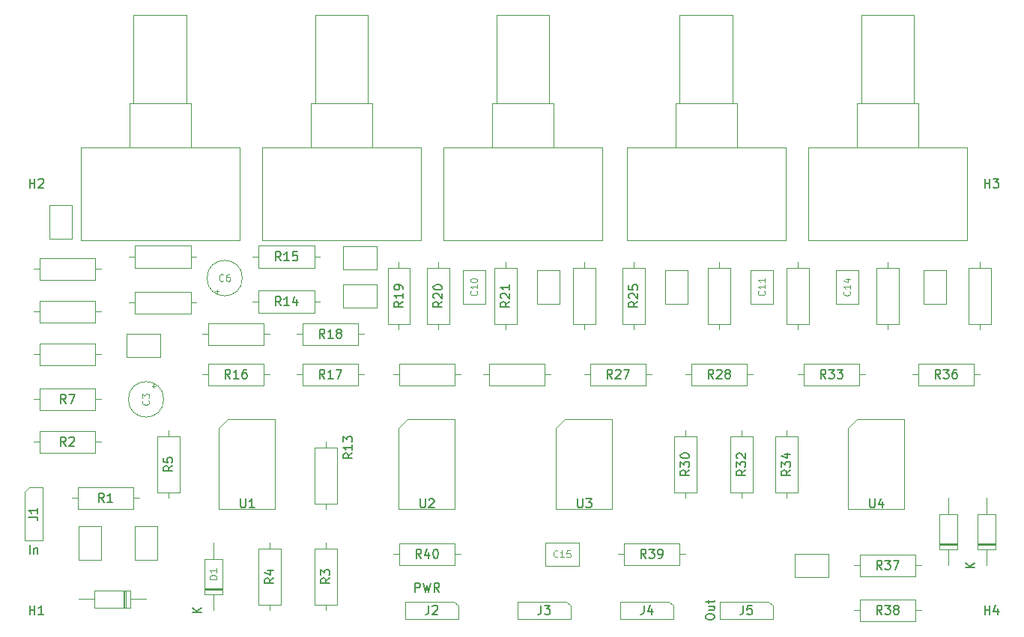
<source format=gbr>
G04 #@! TF.GenerationSoftware,KiCad,Pcbnew,(5.1.0-0)*
G04 #@! TF.CreationDate,2019-04-27T21:54:15-07:00*
G04 #@! TF.ProjectId,Pre-amp,5072652d-616d-4702-9e6b-696361645f70,rev?*
G04 #@! TF.SameCoordinates,Original*
G04 #@! TF.FileFunction,Other,Fab,Top*
%FSLAX46Y46*%
G04 Gerber Fmt 4.6, Leading zero omitted, Abs format (unit mm)*
G04 Created by KiCad (PCBNEW (5.1.0-0)) date 2019-04-27 21:54:15*
%MOMM*%
%LPD*%
G04 APERTURE LIST*
%ADD10C,0.100000*%
%ADD11C,0.120000*%
%ADD12C,0.114000*%
%ADD13C,0.150000*%
G04 APERTURE END LIST*
D10*
X73862500Y-62982554D02*
X74262500Y-62982554D01*
X74062500Y-63182554D02*
X74062500Y-62782554D01*
X76930000Y-61480000D02*
G75*
G03X76930000Y-61480000I-2000000J0D01*
G01*
X127284000Y-60564000D02*
X124684000Y-60564000D01*
X124684000Y-60564000D02*
X124684000Y-64364000D01*
X124684000Y-64364000D02*
X127284000Y-64364000D01*
X127284000Y-64364000D02*
X127284000Y-60564000D01*
X140910000Y-57246000D02*
X158810000Y-57246000D01*
X158810000Y-57246000D02*
X158810000Y-46746000D01*
X158810000Y-46746000D02*
X140910000Y-46746000D01*
X140910000Y-46746000D02*
X140910000Y-57246000D01*
X146360000Y-46746000D02*
X153360000Y-46746000D01*
X153360000Y-46746000D02*
X153360000Y-41746000D01*
X153360000Y-41746000D02*
X146360000Y-41746000D01*
X146360000Y-41746000D02*
X146360000Y-46746000D01*
X146860000Y-41746000D02*
X152860000Y-41746000D01*
X152860000Y-41746000D02*
X152860000Y-31746000D01*
X152860000Y-31746000D02*
X146860000Y-31746000D01*
X146860000Y-31746000D02*
X146860000Y-41746000D01*
X120416000Y-57246000D02*
X138316000Y-57246000D01*
X138316000Y-57246000D02*
X138316000Y-46746000D01*
X138316000Y-46746000D02*
X120416000Y-46746000D01*
X120416000Y-46746000D02*
X120416000Y-57246000D01*
X125866000Y-46746000D02*
X132866000Y-46746000D01*
X132866000Y-46746000D02*
X132866000Y-41746000D01*
X132866000Y-41746000D02*
X125866000Y-41746000D01*
X125866000Y-41746000D02*
X125866000Y-46746000D01*
X126366000Y-41746000D02*
X132366000Y-41746000D01*
X132366000Y-41746000D02*
X132366000Y-31746000D01*
X132366000Y-31746000D02*
X126366000Y-31746000D01*
X126366000Y-31746000D02*
X126366000Y-41746000D01*
X99682000Y-57246000D02*
X117582000Y-57246000D01*
X117582000Y-57246000D02*
X117582000Y-46746000D01*
X117582000Y-46746000D02*
X99682000Y-46746000D01*
X99682000Y-46746000D02*
X99682000Y-57246000D01*
X105132000Y-46746000D02*
X112132000Y-46746000D01*
X112132000Y-46746000D02*
X112132000Y-41746000D01*
X112132000Y-41746000D02*
X105132000Y-41746000D01*
X105132000Y-41746000D02*
X105132000Y-46746000D01*
X105632000Y-41746000D02*
X111632000Y-41746000D01*
X111632000Y-41746000D02*
X111632000Y-31746000D01*
X111632000Y-31746000D02*
X105632000Y-31746000D01*
X105632000Y-31746000D02*
X105632000Y-41746000D01*
X79188000Y-57246000D02*
X97088000Y-57246000D01*
X97088000Y-57246000D02*
X97088000Y-46746000D01*
X97088000Y-46746000D02*
X79188000Y-46746000D01*
X79188000Y-46746000D02*
X79188000Y-57246000D01*
X84638000Y-46746000D02*
X91638000Y-46746000D01*
X91638000Y-46746000D02*
X91638000Y-41746000D01*
X91638000Y-41746000D02*
X84638000Y-41746000D01*
X84638000Y-41746000D02*
X84638000Y-46746000D01*
X85138000Y-41746000D02*
X91138000Y-41746000D01*
X91138000Y-41746000D02*
X91138000Y-31746000D01*
X91138000Y-31746000D02*
X85138000Y-31746000D01*
X85138000Y-31746000D02*
X85138000Y-41746000D01*
X58694000Y-57246000D02*
X76594000Y-57246000D01*
X76594000Y-57246000D02*
X76594000Y-46746000D01*
X76594000Y-46746000D02*
X58694000Y-46746000D01*
X58694000Y-46746000D02*
X58694000Y-57246000D01*
X64144000Y-46746000D02*
X71144000Y-46746000D01*
X71144000Y-46746000D02*
X71144000Y-41746000D01*
X71144000Y-41746000D02*
X64144000Y-41746000D01*
X64144000Y-41746000D02*
X64144000Y-46746000D01*
X64644000Y-41746000D02*
X70644000Y-41746000D01*
X70644000Y-41746000D02*
X70644000Y-31746000D01*
X70644000Y-31746000D02*
X64644000Y-31746000D01*
X64644000Y-31746000D02*
X64644000Y-41746000D01*
X64740000Y-93360000D02*
X67340000Y-93360000D01*
X67340000Y-93360000D02*
X67340000Y-89560000D01*
X67340000Y-89560000D02*
X64740000Y-89560000D01*
X64740000Y-89560000D02*
X64740000Y-93360000D01*
X58390000Y-93360000D02*
X60990000Y-93360000D01*
X60990000Y-93360000D02*
X60990000Y-89560000D01*
X60990000Y-89560000D02*
X58390000Y-89560000D01*
X58390000Y-89560000D02*
X58390000Y-93360000D01*
X68040000Y-75196000D02*
G75*
G03X68040000Y-75196000I-2000000J0D01*
G01*
X66907500Y-73493446D02*
X66907500Y-73893446D01*
X67107500Y-73693446D02*
X66707500Y-73693446D01*
X55088000Y-57038000D02*
X57688000Y-57038000D01*
X57688000Y-57038000D02*
X57688000Y-53238000D01*
X57688000Y-53238000D02*
X55088000Y-53238000D01*
X55088000Y-53238000D02*
X55088000Y-57038000D01*
X67666000Y-67788000D02*
X63866000Y-67788000D01*
X67666000Y-70388000D02*
X67666000Y-67788000D01*
X63866000Y-70388000D02*
X67666000Y-70388000D01*
X63866000Y-67788000D02*
X63866000Y-70388000D01*
X92090000Y-64800000D02*
X92090000Y-62200000D01*
X92090000Y-62200000D02*
X88290000Y-62200000D01*
X88290000Y-62200000D02*
X88290000Y-64800000D01*
X88290000Y-64800000D02*
X92090000Y-64800000D01*
X88290000Y-60482000D02*
X92090000Y-60482000D01*
X88290000Y-57882000D02*
X88290000Y-60482000D01*
X92090000Y-57882000D02*
X88290000Y-57882000D01*
X92090000Y-60482000D02*
X92090000Y-57882000D01*
X110206000Y-60564000D02*
X110206000Y-64364000D01*
X112806000Y-60564000D02*
X110206000Y-60564000D01*
X112806000Y-64364000D02*
X112806000Y-60564000D01*
X110206000Y-64364000D02*
X112806000Y-64364000D01*
X104424000Y-60564000D02*
X101824000Y-60564000D01*
X101824000Y-60564000D02*
X101824000Y-64364000D01*
X101824000Y-64364000D02*
X104424000Y-64364000D01*
X104424000Y-64364000D02*
X104424000Y-60564000D01*
X136936000Y-64364000D02*
X136936000Y-60564000D01*
X134336000Y-64364000D02*
X136936000Y-64364000D01*
X134336000Y-60564000D02*
X134336000Y-64364000D01*
X136936000Y-60564000D02*
X134336000Y-60564000D01*
X156494000Y-60604000D02*
X153894000Y-60604000D01*
X153894000Y-60604000D02*
X153894000Y-64404000D01*
X153894000Y-64404000D02*
X156494000Y-64404000D01*
X156494000Y-64404000D02*
X156494000Y-60604000D01*
X146588000Y-64404000D02*
X146588000Y-60604000D01*
X143988000Y-64404000D02*
X146588000Y-64404000D01*
X143988000Y-60604000D02*
X143988000Y-64404000D01*
X146588000Y-60604000D02*
X143988000Y-60604000D01*
X114950000Y-94010000D02*
X114950000Y-91410000D01*
X114950000Y-91410000D02*
X111150000Y-91410000D01*
X111150000Y-91410000D02*
X111150000Y-94010000D01*
X111150000Y-94010000D02*
X114950000Y-94010000D01*
X143144000Y-92680000D02*
X139344000Y-92680000D01*
X143144000Y-95280000D02*
X143144000Y-92680000D01*
X139344000Y-95280000D02*
X143144000Y-95280000D01*
X139344000Y-92680000D02*
X139344000Y-95280000D01*
X72660000Y-96750000D02*
X74660000Y-96750000D01*
X72660000Y-96550000D02*
X74660000Y-96550000D01*
X72660000Y-96650000D02*
X74660000Y-96650000D01*
X73660000Y-91440000D02*
X73660000Y-93250000D01*
X73660000Y-99060000D02*
X73660000Y-97250000D01*
X72660000Y-93250000D02*
X72660000Y-97250000D01*
X74660000Y-93250000D02*
X72660000Y-93250000D01*
X74660000Y-97250000D02*
X74660000Y-93250000D01*
X72660000Y-97250000D02*
X74660000Y-97250000D01*
X63730000Y-98790000D02*
X63730000Y-96790000D01*
X63530000Y-98790000D02*
X63530000Y-96790000D01*
X63630000Y-98790000D02*
X63630000Y-96790000D01*
X58420000Y-97790000D02*
X60230000Y-97790000D01*
X66040000Y-97790000D02*
X64230000Y-97790000D01*
X60230000Y-98790000D02*
X64230000Y-98790000D01*
X60230000Y-96790000D02*
X60230000Y-98790000D01*
X64230000Y-96790000D02*
X60230000Y-96790000D01*
X64230000Y-98790000D02*
X64230000Y-96790000D01*
X155718000Y-92170000D02*
X157718000Y-92170000D01*
X157718000Y-92170000D02*
X157718000Y-88170000D01*
X157718000Y-88170000D02*
X155718000Y-88170000D01*
X155718000Y-88170000D02*
X155718000Y-92170000D01*
X156718000Y-93980000D02*
X156718000Y-92170000D01*
X156718000Y-86360000D02*
X156718000Y-88170000D01*
X155718000Y-91570000D02*
X157718000Y-91570000D01*
X155718000Y-91470000D02*
X157718000Y-91470000D01*
X155718000Y-91670000D02*
X157718000Y-91670000D01*
X160036000Y-92170000D02*
X162036000Y-92170000D01*
X162036000Y-92170000D02*
X162036000Y-88170000D01*
X162036000Y-88170000D02*
X160036000Y-88170000D01*
X160036000Y-88170000D02*
X160036000Y-92170000D01*
X161036000Y-93980000D02*
X161036000Y-92170000D01*
X161036000Y-86360000D02*
X161036000Y-88170000D01*
X160036000Y-91570000D02*
X162036000Y-91570000D01*
X160036000Y-91470000D02*
X162036000Y-91470000D01*
X160036000Y-91670000D02*
X162036000Y-91670000D01*
X52340000Y-85670000D02*
X52840000Y-85170000D01*
X52340000Y-91170000D02*
X52340000Y-85670000D01*
X54340000Y-91170000D02*
X52340000Y-91170000D01*
X54340000Y-85170000D02*
X54340000Y-91170000D01*
X52840000Y-85170000D02*
X54340000Y-85170000D01*
X101330000Y-98560000D02*
X101330000Y-100060000D01*
X101330000Y-100060000D02*
X95330000Y-100060000D01*
X95330000Y-100060000D02*
X95330000Y-98060000D01*
X95330000Y-98060000D02*
X100830000Y-98060000D01*
X100830000Y-98060000D02*
X101330000Y-98560000D01*
X114030000Y-98560000D02*
X114030000Y-100060000D01*
X114030000Y-100060000D02*
X108030000Y-100060000D01*
X108030000Y-100060000D02*
X108030000Y-98060000D01*
X108030000Y-98060000D02*
X113530000Y-98060000D01*
X113530000Y-98060000D02*
X114030000Y-98560000D01*
X125650000Y-98560000D02*
X125650000Y-100060000D01*
X125650000Y-100060000D02*
X119650000Y-100060000D01*
X119650000Y-100060000D02*
X119650000Y-98060000D01*
X119650000Y-98060000D02*
X125150000Y-98060000D01*
X125150000Y-98060000D02*
X125650000Y-98560000D01*
X136390000Y-98060000D02*
X136890000Y-98560000D01*
X130890000Y-98060000D02*
X136390000Y-98060000D01*
X130890000Y-100060000D02*
X130890000Y-98060000D01*
X136890000Y-100060000D02*
X130890000Y-100060000D01*
X136890000Y-98560000D02*
X136890000Y-100060000D01*
X57658000Y-86360000D02*
X58318000Y-86360000D01*
X65278000Y-86360000D02*
X64618000Y-86360000D01*
X58318000Y-87610000D02*
X64618000Y-87610000D01*
X58318000Y-85110000D02*
X58318000Y-87610000D01*
X64618000Y-85110000D02*
X58318000Y-85110000D01*
X64618000Y-87610000D02*
X64618000Y-85110000D01*
X60300000Y-81260000D02*
X60300000Y-78760000D01*
X60300000Y-78760000D02*
X54000000Y-78760000D01*
X54000000Y-78760000D02*
X54000000Y-81260000D01*
X54000000Y-81260000D02*
X60300000Y-81260000D01*
X60960000Y-80010000D02*
X60300000Y-80010000D01*
X53340000Y-80010000D02*
X54000000Y-80010000D01*
X85110000Y-98400000D02*
X87610000Y-98400000D01*
X87610000Y-98400000D02*
X87610000Y-92100000D01*
X87610000Y-92100000D02*
X85110000Y-92100000D01*
X85110000Y-92100000D02*
X85110000Y-98400000D01*
X86360000Y-99060000D02*
X86360000Y-98400000D01*
X86360000Y-91440000D02*
X86360000Y-92100000D01*
X78760000Y-98400000D02*
X81260000Y-98400000D01*
X81260000Y-98400000D02*
X81260000Y-92100000D01*
X81260000Y-92100000D02*
X78760000Y-92100000D01*
X78760000Y-92100000D02*
X78760000Y-98400000D01*
X80010000Y-99060000D02*
X80010000Y-98400000D01*
X80010000Y-91440000D02*
X80010000Y-92100000D01*
X68580000Y-78740000D02*
X68580000Y-79400000D01*
X68580000Y-86360000D02*
X68580000Y-85700000D01*
X67330000Y-79400000D02*
X67330000Y-85700000D01*
X69830000Y-79400000D02*
X67330000Y-79400000D01*
X69830000Y-85700000D02*
X69830000Y-79400000D01*
X67330000Y-85700000D02*
X69830000Y-85700000D01*
X60960000Y-70104000D02*
X60300000Y-70104000D01*
X53340000Y-70104000D02*
X54000000Y-70104000D01*
X60300000Y-68854000D02*
X54000000Y-68854000D01*
X60300000Y-71354000D02*
X60300000Y-68854000D01*
X54000000Y-71354000D02*
X60300000Y-71354000D01*
X54000000Y-68854000D02*
X54000000Y-71354000D01*
X60960000Y-75184000D02*
X60300000Y-75184000D01*
X53340000Y-75184000D02*
X54000000Y-75184000D01*
X60300000Y-73934000D02*
X54000000Y-73934000D01*
X60300000Y-76434000D02*
X60300000Y-73934000D01*
X54000000Y-76434000D02*
X60300000Y-76434000D01*
X54000000Y-73934000D02*
X54000000Y-76434000D01*
X60960000Y-60452000D02*
X60300000Y-60452000D01*
X53340000Y-60452000D02*
X54000000Y-60452000D01*
X60300000Y-59202000D02*
X54000000Y-59202000D01*
X60300000Y-61702000D02*
X60300000Y-59202000D01*
X54000000Y-61702000D02*
X60300000Y-61702000D01*
X54000000Y-59202000D02*
X54000000Y-61702000D01*
X64795000Y-63012000D02*
X64795000Y-65512000D01*
X64795000Y-65512000D02*
X71095000Y-65512000D01*
X71095000Y-65512000D02*
X71095000Y-63012000D01*
X71095000Y-63012000D02*
X64795000Y-63012000D01*
X64135000Y-64262000D02*
X64795000Y-64262000D01*
X71755000Y-64262000D02*
X71095000Y-64262000D01*
X71095000Y-60305000D02*
X71095000Y-57805000D01*
X71095000Y-57805000D02*
X64795000Y-57805000D01*
X64795000Y-57805000D02*
X64795000Y-60305000D01*
X64795000Y-60305000D02*
X71095000Y-60305000D01*
X71755000Y-59055000D02*
X71095000Y-59055000D01*
X64135000Y-59055000D02*
X64795000Y-59055000D01*
X73050000Y-66568000D02*
X73050000Y-69068000D01*
X73050000Y-69068000D02*
X79350000Y-69068000D01*
X79350000Y-69068000D02*
X79350000Y-66568000D01*
X79350000Y-66568000D02*
X73050000Y-66568000D01*
X72390000Y-67818000D02*
X73050000Y-67818000D01*
X80010000Y-67818000D02*
X79350000Y-67818000D01*
X86360000Y-87630000D02*
X86360000Y-86970000D01*
X86360000Y-80010000D02*
X86360000Y-80670000D01*
X87610000Y-86970000D02*
X87610000Y-80670000D01*
X85110000Y-86970000D02*
X87610000Y-86970000D01*
X85110000Y-80670000D02*
X85110000Y-86970000D01*
X87610000Y-80670000D02*
X85110000Y-80670000D01*
X78765000Y-62885000D02*
X78765000Y-65385000D01*
X78765000Y-65385000D02*
X85065000Y-65385000D01*
X85065000Y-65385000D02*
X85065000Y-62885000D01*
X85065000Y-62885000D02*
X78765000Y-62885000D01*
X78105000Y-64135000D02*
X78765000Y-64135000D01*
X85725000Y-64135000D02*
X85065000Y-64135000D01*
X85065000Y-60305000D02*
X85065000Y-57805000D01*
X85065000Y-57805000D02*
X78765000Y-57805000D01*
X78765000Y-57805000D02*
X78765000Y-60305000D01*
X78765000Y-60305000D02*
X85065000Y-60305000D01*
X85725000Y-59055000D02*
X85065000Y-59055000D01*
X78105000Y-59055000D02*
X78765000Y-59055000D01*
X79350000Y-73640000D02*
X79350000Y-71140000D01*
X79350000Y-71140000D02*
X73050000Y-71140000D01*
X73050000Y-71140000D02*
X73050000Y-73640000D01*
X73050000Y-73640000D02*
X79350000Y-73640000D01*
X80010000Y-72390000D02*
X79350000Y-72390000D01*
X72390000Y-72390000D02*
X73050000Y-72390000D01*
X83058000Y-72390000D02*
X83718000Y-72390000D01*
X90678000Y-72390000D02*
X90018000Y-72390000D01*
X83718000Y-73640000D02*
X90018000Y-73640000D01*
X83718000Y-71140000D02*
X83718000Y-73640000D01*
X90018000Y-71140000D02*
X83718000Y-71140000D01*
X90018000Y-73640000D02*
X90018000Y-71140000D01*
X90678000Y-67818000D02*
X90018000Y-67818000D01*
X83058000Y-67818000D02*
X83718000Y-67818000D01*
X90018000Y-66568000D02*
X83718000Y-66568000D01*
X90018000Y-69068000D02*
X90018000Y-66568000D01*
X83718000Y-69068000D02*
X90018000Y-69068000D01*
X83718000Y-66568000D02*
X83718000Y-69068000D01*
X94615000Y-59690000D02*
X94615000Y-60350000D01*
X94615000Y-67310000D02*
X94615000Y-66650000D01*
X93365000Y-60350000D02*
X93365000Y-66650000D01*
X95865000Y-60350000D02*
X93365000Y-60350000D01*
X95865000Y-66650000D02*
X95865000Y-60350000D01*
X93365000Y-66650000D02*
X95865000Y-66650000D01*
X99060000Y-59690000D02*
X99060000Y-60350000D01*
X99060000Y-67310000D02*
X99060000Y-66650000D01*
X97810000Y-60350000D02*
X97810000Y-66650000D01*
X100310000Y-60350000D02*
X97810000Y-60350000D01*
X100310000Y-66650000D02*
X100310000Y-60350000D01*
X97810000Y-66650000D02*
X100310000Y-66650000D01*
X105430000Y-66650000D02*
X107930000Y-66650000D01*
X107930000Y-66650000D02*
X107930000Y-60350000D01*
X107930000Y-60350000D02*
X105430000Y-60350000D01*
X105430000Y-60350000D02*
X105430000Y-66650000D01*
X106680000Y-67310000D02*
X106680000Y-66650000D01*
X106680000Y-59690000D02*
X106680000Y-60350000D01*
X100940000Y-73640000D02*
X100940000Y-71140000D01*
X100940000Y-71140000D02*
X94640000Y-71140000D01*
X94640000Y-71140000D02*
X94640000Y-73640000D01*
X94640000Y-73640000D02*
X100940000Y-73640000D01*
X101600000Y-72390000D02*
X100940000Y-72390000D01*
X93980000Y-72390000D02*
X94640000Y-72390000D01*
X115570000Y-59690000D02*
X115570000Y-60350000D01*
X115570000Y-67310000D02*
X115570000Y-66650000D01*
X114320000Y-60350000D02*
X114320000Y-66650000D01*
X116820000Y-60350000D02*
X114320000Y-60350000D01*
X116820000Y-66650000D02*
X116820000Y-60350000D01*
X114320000Y-66650000D02*
X116820000Y-66650000D01*
X104140000Y-72390000D02*
X104800000Y-72390000D01*
X111760000Y-72390000D02*
X111100000Y-72390000D01*
X104800000Y-73640000D02*
X111100000Y-73640000D01*
X104800000Y-71140000D02*
X104800000Y-73640000D01*
X111100000Y-71140000D02*
X104800000Y-71140000D01*
X111100000Y-73640000D02*
X111100000Y-71140000D01*
X119908000Y-66650000D02*
X122408000Y-66650000D01*
X122408000Y-66650000D02*
X122408000Y-60350000D01*
X122408000Y-60350000D02*
X119908000Y-60350000D01*
X119908000Y-60350000D02*
X119908000Y-66650000D01*
X121158000Y-67310000D02*
X121158000Y-66650000D01*
X121158000Y-59690000D02*
X121158000Y-60350000D01*
X132060000Y-60350000D02*
X129560000Y-60350000D01*
X129560000Y-60350000D02*
X129560000Y-66650000D01*
X129560000Y-66650000D02*
X132060000Y-66650000D01*
X132060000Y-66650000D02*
X132060000Y-60350000D01*
X130810000Y-59690000D02*
X130810000Y-60350000D01*
X130810000Y-67310000D02*
X130810000Y-66650000D01*
X122530000Y-73640000D02*
X122530000Y-71140000D01*
X122530000Y-71140000D02*
X116230000Y-71140000D01*
X116230000Y-71140000D02*
X116230000Y-73640000D01*
X116230000Y-73640000D02*
X122530000Y-73640000D01*
X123190000Y-72390000D02*
X122530000Y-72390000D01*
X115570000Y-72390000D02*
X116230000Y-72390000D01*
X127000000Y-72390000D02*
X127660000Y-72390000D01*
X134620000Y-72390000D02*
X133960000Y-72390000D01*
X127660000Y-73640000D02*
X133960000Y-73640000D01*
X127660000Y-71140000D02*
X127660000Y-73640000D01*
X133960000Y-71140000D02*
X127660000Y-71140000D01*
X133960000Y-73640000D02*
X133960000Y-71140000D01*
X139700000Y-59690000D02*
X139700000Y-60350000D01*
X139700000Y-67310000D02*
X139700000Y-66650000D01*
X138450000Y-60350000D02*
X138450000Y-66650000D01*
X140950000Y-60350000D02*
X138450000Y-60350000D01*
X140950000Y-66650000D02*
X140950000Y-60350000D01*
X138450000Y-66650000D02*
X140950000Y-66650000D01*
X127000000Y-86360000D02*
X127000000Y-85700000D01*
X127000000Y-78740000D02*
X127000000Y-79400000D01*
X128250000Y-85700000D02*
X128250000Y-79400000D01*
X125750000Y-85700000D02*
X128250000Y-85700000D01*
X125750000Y-79400000D02*
X125750000Y-85700000D01*
X128250000Y-79400000D02*
X125750000Y-79400000D01*
X151110000Y-60350000D02*
X148610000Y-60350000D01*
X148610000Y-60350000D02*
X148610000Y-66650000D01*
X148610000Y-66650000D02*
X151110000Y-66650000D01*
X151110000Y-66650000D02*
X151110000Y-60350000D01*
X149860000Y-59690000D02*
X149860000Y-60350000D01*
X149860000Y-67310000D02*
X149860000Y-66650000D01*
X133350000Y-86360000D02*
X133350000Y-85700000D01*
X133350000Y-78740000D02*
X133350000Y-79400000D01*
X134600000Y-85700000D02*
X134600000Y-79400000D01*
X132100000Y-85700000D02*
X134600000Y-85700000D01*
X132100000Y-79400000D02*
X132100000Y-85700000D01*
X134600000Y-79400000D02*
X132100000Y-79400000D01*
X146660000Y-73640000D02*
X146660000Y-71140000D01*
X146660000Y-71140000D02*
X140360000Y-71140000D01*
X140360000Y-71140000D02*
X140360000Y-73640000D01*
X140360000Y-73640000D02*
X146660000Y-73640000D01*
X147320000Y-72390000D02*
X146660000Y-72390000D01*
X139700000Y-72390000D02*
X140360000Y-72390000D01*
X137180000Y-85700000D02*
X139680000Y-85700000D01*
X139680000Y-85700000D02*
X139680000Y-79400000D01*
X139680000Y-79400000D02*
X137180000Y-79400000D01*
X137180000Y-79400000D02*
X137180000Y-85700000D01*
X138430000Y-86360000D02*
X138430000Y-85700000D01*
X138430000Y-78740000D02*
X138430000Y-79400000D01*
X160274000Y-59690000D02*
X160274000Y-60350000D01*
X160274000Y-67310000D02*
X160274000Y-66650000D01*
X159024000Y-60350000D02*
X159024000Y-66650000D01*
X161524000Y-60350000D02*
X159024000Y-60350000D01*
X161524000Y-66650000D02*
X161524000Y-60350000D01*
X159024000Y-66650000D02*
X161524000Y-66650000D01*
X152654000Y-72390000D02*
X153314000Y-72390000D01*
X160274000Y-72390000D02*
X159614000Y-72390000D01*
X153314000Y-73640000D02*
X159614000Y-73640000D01*
X153314000Y-71140000D02*
X153314000Y-73640000D01*
X159614000Y-71140000D02*
X153314000Y-71140000D01*
X159614000Y-73640000D02*
X159614000Y-71140000D01*
X153010000Y-95230000D02*
X153010000Y-92730000D01*
X153010000Y-92730000D02*
X146710000Y-92730000D01*
X146710000Y-92730000D02*
X146710000Y-95230000D01*
X146710000Y-95230000D02*
X153010000Y-95230000D01*
X153670000Y-93980000D02*
X153010000Y-93980000D01*
X146050000Y-93980000D02*
X146710000Y-93980000D01*
X153670000Y-99060000D02*
X153010000Y-99060000D01*
X146050000Y-99060000D02*
X146710000Y-99060000D01*
X153010000Y-97810000D02*
X146710000Y-97810000D01*
X153010000Y-100310000D02*
X153010000Y-97810000D01*
X146710000Y-100310000D02*
X153010000Y-100310000D01*
X146710000Y-97810000D02*
X146710000Y-100310000D01*
X126340000Y-93960000D02*
X126340000Y-91460000D01*
X126340000Y-91460000D02*
X120040000Y-91460000D01*
X120040000Y-91460000D02*
X120040000Y-93960000D01*
X120040000Y-93960000D02*
X126340000Y-93960000D01*
X127000000Y-92710000D02*
X126340000Y-92710000D01*
X119380000Y-92710000D02*
X120040000Y-92710000D01*
X101600000Y-92710000D02*
X100940000Y-92710000D01*
X93980000Y-92710000D02*
X94640000Y-92710000D01*
X100940000Y-91460000D02*
X94640000Y-91460000D01*
X100940000Y-93960000D02*
X100940000Y-91460000D01*
X94640000Y-93960000D02*
X100940000Y-93960000D01*
X94640000Y-91460000D02*
X94640000Y-93960000D01*
X74295000Y-78470000D02*
X75295000Y-77470000D01*
X74295000Y-87630000D02*
X74295000Y-78470000D01*
X80645000Y-87630000D02*
X74295000Y-87630000D01*
X80645000Y-77470000D02*
X80645000Y-87630000D01*
X75295000Y-77470000D02*
X80645000Y-77470000D01*
X95615000Y-77470000D02*
X100965000Y-77470000D01*
X100965000Y-77470000D02*
X100965000Y-87630000D01*
X100965000Y-87630000D02*
X94615000Y-87630000D01*
X94615000Y-87630000D02*
X94615000Y-78470000D01*
X94615000Y-78470000D02*
X95615000Y-77470000D01*
X112395000Y-78470000D02*
X113395000Y-77470000D01*
X112395000Y-87630000D02*
X112395000Y-78470000D01*
X118745000Y-87630000D02*
X112395000Y-87630000D01*
X118745000Y-77470000D02*
X118745000Y-87630000D01*
X113395000Y-77470000D02*
X118745000Y-77470000D01*
X146415000Y-77470000D02*
X151765000Y-77470000D01*
X151765000Y-77470000D02*
X151765000Y-87630000D01*
X151765000Y-87630000D02*
X145415000Y-87630000D01*
X145415000Y-87630000D02*
X145415000Y-78470000D01*
X145415000Y-78470000D02*
X146415000Y-77470000D01*
X60300000Y-66528000D02*
X60300000Y-64028000D01*
X60300000Y-64028000D02*
X54000000Y-64028000D01*
X54000000Y-64028000D02*
X54000000Y-66528000D01*
X54000000Y-66528000D02*
X60300000Y-66528000D01*
X60960000Y-65278000D02*
X60300000Y-65278000D01*
X53340000Y-65278000D02*
X54000000Y-65278000D01*
D11*
X74796666Y-61765714D02*
X74758571Y-61803809D01*
X74644285Y-61841904D01*
X74568095Y-61841904D01*
X74453809Y-61803809D01*
X74377619Y-61727619D01*
X74339523Y-61651428D01*
X74301428Y-61499047D01*
X74301428Y-61384761D01*
X74339523Y-61232380D01*
X74377619Y-61156190D01*
X74453809Y-61080000D01*
X74568095Y-61041904D01*
X74644285Y-61041904D01*
X74758571Y-61080000D01*
X74796666Y-61118095D01*
X75482380Y-61041904D02*
X75330000Y-61041904D01*
X75253809Y-61080000D01*
X75215714Y-61118095D01*
X75139523Y-61232380D01*
X75101428Y-61384761D01*
X75101428Y-61689523D01*
X75139523Y-61765714D01*
X75177619Y-61803809D01*
X75253809Y-61841904D01*
X75406190Y-61841904D01*
X75482380Y-61803809D01*
X75520476Y-61765714D01*
X75558571Y-61689523D01*
X75558571Y-61499047D01*
X75520476Y-61422857D01*
X75482380Y-61384761D01*
X75406190Y-61346666D01*
X75253809Y-61346666D01*
X75177619Y-61384761D01*
X75139523Y-61422857D01*
X75101428Y-61499047D01*
X66325714Y-75329333D02*
X66363809Y-75367428D01*
X66401904Y-75481714D01*
X66401904Y-75557904D01*
X66363809Y-75672190D01*
X66287619Y-75748380D01*
X66211428Y-75786476D01*
X66059047Y-75824571D01*
X65944761Y-75824571D01*
X65792380Y-75786476D01*
X65716190Y-75748380D01*
X65640000Y-75672190D01*
X65601904Y-75557904D01*
X65601904Y-75481714D01*
X65640000Y-75367428D01*
X65678095Y-75329333D01*
X65601904Y-75062666D02*
X65601904Y-74567428D01*
X65906666Y-74834095D01*
X65906666Y-74719809D01*
X65944761Y-74643619D01*
X65982857Y-74605523D01*
X66059047Y-74567428D01*
X66249523Y-74567428D01*
X66325714Y-74605523D01*
X66363809Y-74643619D01*
X66401904Y-74719809D01*
X66401904Y-74948380D01*
X66363809Y-75024571D01*
X66325714Y-75062666D01*
D12*
X103395428Y-62952571D02*
X103431619Y-62988761D01*
X103467809Y-63097333D01*
X103467809Y-63169714D01*
X103431619Y-63278285D01*
X103359238Y-63350666D01*
X103286857Y-63386857D01*
X103142095Y-63423047D01*
X103033523Y-63423047D01*
X102888761Y-63386857D01*
X102816380Y-63350666D01*
X102744000Y-63278285D01*
X102707809Y-63169714D01*
X102707809Y-63097333D01*
X102744000Y-62988761D01*
X102780190Y-62952571D01*
X103467809Y-62228761D02*
X103467809Y-62663047D01*
X103467809Y-62445904D02*
X102707809Y-62445904D01*
X102816380Y-62518285D01*
X102888761Y-62590666D01*
X102924952Y-62663047D01*
X102707809Y-61758285D02*
X102707809Y-61685904D01*
X102744000Y-61613523D01*
X102780190Y-61577333D01*
X102852571Y-61541142D01*
X102997333Y-61504952D01*
X103178285Y-61504952D01*
X103323047Y-61541142D01*
X103395428Y-61577333D01*
X103431619Y-61613523D01*
X103467809Y-61685904D01*
X103467809Y-61758285D01*
X103431619Y-61830666D01*
X103395428Y-61866857D01*
X103323047Y-61903047D01*
X103178285Y-61939238D01*
X102997333Y-61939238D01*
X102852571Y-61903047D01*
X102780190Y-61866857D01*
X102744000Y-61830666D01*
X102707809Y-61758285D01*
X135907428Y-62952571D02*
X135943619Y-62988761D01*
X135979809Y-63097333D01*
X135979809Y-63169714D01*
X135943619Y-63278285D01*
X135871238Y-63350666D01*
X135798857Y-63386857D01*
X135654095Y-63423047D01*
X135545523Y-63423047D01*
X135400761Y-63386857D01*
X135328380Y-63350666D01*
X135256000Y-63278285D01*
X135219809Y-63169714D01*
X135219809Y-63097333D01*
X135256000Y-62988761D01*
X135292190Y-62952571D01*
X135979809Y-62228761D02*
X135979809Y-62663047D01*
X135979809Y-62445904D02*
X135219809Y-62445904D01*
X135328380Y-62518285D01*
X135400761Y-62590666D01*
X135436952Y-62663047D01*
X135979809Y-61504952D02*
X135979809Y-61939238D01*
X135979809Y-61722095D02*
X135219809Y-61722095D01*
X135328380Y-61794476D01*
X135400761Y-61866857D01*
X135436952Y-61939238D01*
X145559428Y-62992571D02*
X145595619Y-63028761D01*
X145631809Y-63137333D01*
X145631809Y-63209714D01*
X145595619Y-63318285D01*
X145523238Y-63390666D01*
X145450857Y-63426857D01*
X145306095Y-63463047D01*
X145197523Y-63463047D01*
X145052761Y-63426857D01*
X144980380Y-63390666D01*
X144908000Y-63318285D01*
X144871809Y-63209714D01*
X144871809Y-63137333D01*
X144908000Y-63028761D01*
X144944190Y-62992571D01*
X145631809Y-62268761D02*
X145631809Y-62703047D01*
X145631809Y-62485904D02*
X144871809Y-62485904D01*
X144980380Y-62558285D01*
X145052761Y-62630666D01*
X145088952Y-62703047D01*
X145125142Y-61617333D02*
X145631809Y-61617333D01*
X144835619Y-61798285D02*
X145378476Y-61979238D01*
X145378476Y-61508761D01*
X112561428Y-92981428D02*
X112525238Y-93017619D01*
X112416666Y-93053809D01*
X112344285Y-93053809D01*
X112235714Y-93017619D01*
X112163333Y-92945238D01*
X112127142Y-92872857D01*
X112090952Y-92728095D01*
X112090952Y-92619523D01*
X112127142Y-92474761D01*
X112163333Y-92402380D01*
X112235714Y-92330000D01*
X112344285Y-92293809D01*
X112416666Y-92293809D01*
X112525238Y-92330000D01*
X112561428Y-92366190D01*
X113285238Y-93053809D02*
X112850952Y-93053809D01*
X113068095Y-93053809D02*
X113068095Y-92293809D01*
X112995714Y-92402380D01*
X112923333Y-92474761D01*
X112850952Y-92510952D01*
X113972857Y-92293809D02*
X113610952Y-92293809D01*
X113574761Y-92655714D01*
X113610952Y-92619523D01*
X113683333Y-92583333D01*
X113864285Y-92583333D01*
X113936666Y-92619523D01*
X113972857Y-92655714D01*
X114009047Y-92728095D01*
X114009047Y-92909047D01*
X113972857Y-92981428D01*
X113936666Y-93017619D01*
X113864285Y-93053809D01*
X113683333Y-93053809D01*
X113610952Y-93017619D01*
X113574761Y-92981428D01*
D13*
X72312380Y-99321904D02*
X71312380Y-99321904D01*
X72312380Y-98750476D02*
X71740952Y-99179047D01*
X71312380Y-98750476D02*
X71883809Y-99321904D01*
D11*
X74021904Y-95540476D02*
X73221904Y-95540476D01*
X73221904Y-95350000D01*
X73260000Y-95235714D01*
X73336190Y-95159523D01*
X73412380Y-95121428D01*
X73564761Y-95083333D01*
X73679047Y-95083333D01*
X73831428Y-95121428D01*
X73907619Y-95159523D01*
X73983809Y-95235714D01*
X74021904Y-95350000D01*
X74021904Y-95540476D01*
X74021904Y-94321428D02*
X74021904Y-94778571D01*
X74021904Y-94550000D02*
X73221904Y-94550000D01*
X73336190Y-94626190D01*
X73412380Y-94702380D01*
X73450476Y-94778571D01*
D13*
X159710380Y-94241904D02*
X158710380Y-94241904D01*
X159710380Y-93670476D02*
X159138952Y-94099047D01*
X158710380Y-93670476D02*
X159281809Y-94241904D01*
X159688380Y-94241904D02*
X158688380Y-94241904D01*
X159688380Y-93670476D02*
X159116952Y-94099047D01*
X158688380Y-93670476D02*
X159259809Y-94241904D01*
X52878095Y-99512380D02*
X52878095Y-98512380D01*
X52878095Y-98988571D02*
X53449523Y-98988571D01*
X53449523Y-99512380D02*
X53449523Y-98512380D01*
X54449523Y-99512380D02*
X53878095Y-99512380D01*
X54163809Y-99512380D02*
X54163809Y-98512380D01*
X54068571Y-98655238D01*
X53973333Y-98750476D01*
X53878095Y-98798095D01*
X52878095Y-51252380D02*
X52878095Y-50252380D01*
X52878095Y-50728571D02*
X53449523Y-50728571D01*
X53449523Y-51252380D02*
X53449523Y-50252380D01*
X53878095Y-50347619D02*
X53925714Y-50300000D01*
X54020952Y-50252380D01*
X54259047Y-50252380D01*
X54354285Y-50300000D01*
X54401904Y-50347619D01*
X54449523Y-50442857D01*
X54449523Y-50538095D01*
X54401904Y-50680952D01*
X53830476Y-51252380D01*
X54449523Y-51252380D01*
X160828095Y-51252380D02*
X160828095Y-50252380D01*
X160828095Y-50728571D02*
X161399523Y-50728571D01*
X161399523Y-51252380D02*
X161399523Y-50252380D01*
X161780476Y-50252380D02*
X162399523Y-50252380D01*
X162066190Y-50633333D01*
X162209047Y-50633333D01*
X162304285Y-50680952D01*
X162351904Y-50728571D01*
X162399523Y-50823809D01*
X162399523Y-51061904D01*
X162351904Y-51157142D01*
X162304285Y-51204761D01*
X162209047Y-51252380D01*
X161923333Y-51252380D01*
X161828095Y-51204761D01*
X161780476Y-51157142D01*
X160828095Y-99512380D02*
X160828095Y-98512380D01*
X160828095Y-98988571D02*
X161399523Y-98988571D01*
X161399523Y-99512380D02*
X161399523Y-98512380D01*
X162304285Y-98845714D02*
X162304285Y-99512380D01*
X162066190Y-98464761D02*
X161828095Y-99179047D01*
X162447142Y-99179047D01*
X52887619Y-92682380D02*
X52887619Y-91682380D01*
X53363809Y-92015714D02*
X53363809Y-92682380D01*
X53363809Y-92110952D02*
X53411428Y-92063333D01*
X53506666Y-92015714D01*
X53649523Y-92015714D01*
X53744761Y-92063333D01*
X53792380Y-92158571D01*
X53792380Y-92682380D01*
X52792380Y-88503333D02*
X53506666Y-88503333D01*
X53649523Y-88550952D01*
X53744761Y-88646190D01*
X53792380Y-88789047D01*
X53792380Y-88884285D01*
X53792380Y-87503333D02*
X53792380Y-88074761D01*
X53792380Y-87789047D02*
X52792380Y-87789047D01*
X52935238Y-87884285D01*
X53030476Y-87979523D01*
X53078095Y-88074761D01*
X96456666Y-96972380D02*
X96456666Y-95972380D01*
X96837619Y-95972380D01*
X96932857Y-96020000D01*
X96980476Y-96067619D01*
X97028095Y-96162857D01*
X97028095Y-96305714D01*
X96980476Y-96400952D01*
X96932857Y-96448571D01*
X96837619Y-96496190D01*
X96456666Y-96496190D01*
X97361428Y-95972380D02*
X97599523Y-96972380D01*
X97790000Y-96258095D01*
X97980476Y-96972380D01*
X98218571Y-95972380D01*
X99170952Y-96972380D02*
X98837619Y-96496190D01*
X98599523Y-96972380D02*
X98599523Y-95972380D01*
X98980476Y-95972380D01*
X99075714Y-96020000D01*
X99123333Y-96067619D01*
X99170952Y-96162857D01*
X99170952Y-96305714D01*
X99123333Y-96400952D01*
X99075714Y-96448571D01*
X98980476Y-96496190D01*
X98599523Y-96496190D01*
X97996666Y-98512380D02*
X97996666Y-99226666D01*
X97949047Y-99369523D01*
X97853809Y-99464761D01*
X97710952Y-99512380D01*
X97615714Y-99512380D01*
X98425238Y-98607619D02*
X98472857Y-98560000D01*
X98568095Y-98512380D01*
X98806190Y-98512380D01*
X98901428Y-98560000D01*
X98949047Y-98607619D01*
X98996666Y-98702857D01*
X98996666Y-98798095D01*
X98949047Y-98940952D01*
X98377619Y-99512380D01*
X98996666Y-99512380D01*
X110696666Y-98512380D02*
X110696666Y-99226666D01*
X110649047Y-99369523D01*
X110553809Y-99464761D01*
X110410952Y-99512380D01*
X110315714Y-99512380D01*
X111077619Y-98512380D02*
X111696666Y-98512380D01*
X111363333Y-98893333D01*
X111506190Y-98893333D01*
X111601428Y-98940952D01*
X111649047Y-98988571D01*
X111696666Y-99083809D01*
X111696666Y-99321904D01*
X111649047Y-99417142D01*
X111601428Y-99464761D01*
X111506190Y-99512380D01*
X111220476Y-99512380D01*
X111125238Y-99464761D01*
X111077619Y-99417142D01*
X122316666Y-98512380D02*
X122316666Y-99226666D01*
X122269047Y-99369523D01*
X122173809Y-99464761D01*
X122030952Y-99512380D01*
X121935714Y-99512380D01*
X123221428Y-98845714D02*
X123221428Y-99512380D01*
X122983333Y-98464761D02*
X122745238Y-99179047D01*
X123364285Y-99179047D01*
X129282380Y-99893333D02*
X129282380Y-99702857D01*
X129330000Y-99607619D01*
X129425238Y-99512380D01*
X129615714Y-99464761D01*
X129949047Y-99464761D01*
X130139523Y-99512380D01*
X130234761Y-99607619D01*
X130282380Y-99702857D01*
X130282380Y-99893333D01*
X130234761Y-99988571D01*
X130139523Y-100083809D01*
X129949047Y-100131428D01*
X129615714Y-100131428D01*
X129425238Y-100083809D01*
X129330000Y-99988571D01*
X129282380Y-99893333D01*
X129615714Y-98607619D02*
X130282380Y-98607619D01*
X129615714Y-99036190D02*
X130139523Y-99036190D01*
X130234761Y-98988571D01*
X130282380Y-98893333D01*
X130282380Y-98750476D01*
X130234761Y-98655238D01*
X130187142Y-98607619D01*
X129615714Y-98274285D02*
X129615714Y-97893333D01*
X129282380Y-98131428D02*
X130139523Y-98131428D01*
X130234761Y-98083809D01*
X130282380Y-97988571D01*
X130282380Y-97893333D01*
X133556666Y-98512380D02*
X133556666Y-99226666D01*
X133509047Y-99369523D01*
X133413809Y-99464761D01*
X133270952Y-99512380D01*
X133175714Y-99512380D01*
X134509047Y-98512380D02*
X134032857Y-98512380D01*
X133985238Y-98988571D01*
X134032857Y-98940952D01*
X134128095Y-98893333D01*
X134366190Y-98893333D01*
X134461428Y-98940952D01*
X134509047Y-98988571D01*
X134556666Y-99083809D01*
X134556666Y-99321904D01*
X134509047Y-99417142D01*
X134461428Y-99464761D01*
X134366190Y-99512380D01*
X134128095Y-99512380D01*
X134032857Y-99464761D01*
X133985238Y-99417142D01*
X61301333Y-86812380D02*
X60968000Y-86336190D01*
X60729904Y-86812380D02*
X60729904Y-85812380D01*
X61110857Y-85812380D01*
X61206095Y-85860000D01*
X61253714Y-85907619D01*
X61301333Y-86002857D01*
X61301333Y-86145714D01*
X61253714Y-86240952D01*
X61206095Y-86288571D01*
X61110857Y-86336190D01*
X60729904Y-86336190D01*
X62253714Y-86812380D02*
X61682285Y-86812380D01*
X61968000Y-86812380D02*
X61968000Y-85812380D01*
X61872761Y-85955238D01*
X61777523Y-86050476D01*
X61682285Y-86098095D01*
X56983333Y-80462380D02*
X56650000Y-79986190D01*
X56411904Y-80462380D02*
X56411904Y-79462380D01*
X56792857Y-79462380D01*
X56888095Y-79510000D01*
X56935714Y-79557619D01*
X56983333Y-79652857D01*
X56983333Y-79795714D01*
X56935714Y-79890952D01*
X56888095Y-79938571D01*
X56792857Y-79986190D01*
X56411904Y-79986190D01*
X57364285Y-79557619D02*
X57411904Y-79510000D01*
X57507142Y-79462380D01*
X57745238Y-79462380D01*
X57840476Y-79510000D01*
X57888095Y-79557619D01*
X57935714Y-79652857D01*
X57935714Y-79748095D01*
X57888095Y-79890952D01*
X57316666Y-80462380D01*
X57935714Y-80462380D01*
X86812380Y-95416666D02*
X86336190Y-95750000D01*
X86812380Y-95988095D02*
X85812380Y-95988095D01*
X85812380Y-95607142D01*
X85860000Y-95511904D01*
X85907619Y-95464285D01*
X86002857Y-95416666D01*
X86145714Y-95416666D01*
X86240952Y-95464285D01*
X86288571Y-95511904D01*
X86336190Y-95607142D01*
X86336190Y-95988095D01*
X85812380Y-95083333D02*
X85812380Y-94464285D01*
X86193333Y-94797619D01*
X86193333Y-94654761D01*
X86240952Y-94559523D01*
X86288571Y-94511904D01*
X86383809Y-94464285D01*
X86621904Y-94464285D01*
X86717142Y-94511904D01*
X86764761Y-94559523D01*
X86812380Y-94654761D01*
X86812380Y-94940476D01*
X86764761Y-95035714D01*
X86717142Y-95083333D01*
X80462380Y-95416666D02*
X79986190Y-95750000D01*
X80462380Y-95988095D02*
X79462380Y-95988095D01*
X79462380Y-95607142D01*
X79510000Y-95511904D01*
X79557619Y-95464285D01*
X79652857Y-95416666D01*
X79795714Y-95416666D01*
X79890952Y-95464285D01*
X79938571Y-95511904D01*
X79986190Y-95607142D01*
X79986190Y-95988095D01*
X79795714Y-94559523D02*
X80462380Y-94559523D01*
X79414761Y-94797619D02*
X80129047Y-95035714D01*
X80129047Y-94416666D01*
X69032380Y-82716666D02*
X68556190Y-83050000D01*
X69032380Y-83288095D02*
X68032380Y-83288095D01*
X68032380Y-82907142D01*
X68080000Y-82811904D01*
X68127619Y-82764285D01*
X68222857Y-82716666D01*
X68365714Y-82716666D01*
X68460952Y-82764285D01*
X68508571Y-82811904D01*
X68556190Y-82907142D01*
X68556190Y-83288095D01*
X68032380Y-81811904D02*
X68032380Y-82288095D01*
X68508571Y-82335714D01*
X68460952Y-82288095D01*
X68413333Y-82192857D01*
X68413333Y-81954761D01*
X68460952Y-81859523D01*
X68508571Y-81811904D01*
X68603809Y-81764285D01*
X68841904Y-81764285D01*
X68937142Y-81811904D01*
X68984761Y-81859523D01*
X69032380Y-81954761D01*
X69032380Y-82192857D01*
X68984761Y-82288095D01*
X68937142Y-82335714D01*
X56983333Y-75636380D02*
X56650000Y-75160190D01*
X56411904Y-75636380D02*
X56411904Y-74636380D01*
X56792857Y-74636380D01*
X56888095Y-74684000D01*
X56935714Y-74731619D01*
X56983333Y-74826857D01*
X56983333Y-74969714D01*
X56935714Y-75064952D01*
X56888095Y-75112571D01*
X56792857Y-75160190D01*
X56411904Y-75160190D01*
X57316666Y-74636380D02*
X57983333Y-74636380D01*
X57554761Y-75636380D01*
X89352380Y-81287857D02*
X88876190Y-81621190D01*
X89352380Y-81859285D02*
X88352380Y-81859285D01*
X88352380Y-81478333D01*
X88400000Y-81383095D01*
X88447619Y-81335476D01*
X88542857Y-81287857D01*
X88685714Y-81287857D01*
X88780952Y-81335476D01*
X88828571Y-81383095D01*
X88876190Y-81478333D01*
X88876190Y-81859285D01*
X89352380Y-80335476D02*
X89352380Y-80906904D01*
X89352380Y-80621190D02*
X88352380Y-80621190D01*
X88495238Y-80716428D01*
X88590476Y-80811666D01*
X88638095Y-80906904D01*
X88352380Y-80002142D02*
X88352380Y-79383095D01*
X88733333Y-79716428D01*
X88733333Y-79573571D01*
X88780952Y-79478333D01*
X88828571Y-79430714D01*
X88923809Y-79383095D01*
X89161904Y-79383095D01*
X89257142Y-79430714D01*
X89304761Y-79478333D01*
X89352380Y-79573571D01*
X89352380Y-79859285D01*
X89304761Y-79954523D01*
X89257142Y-80002142D01*
X81272142Y-64587380D02*
X80938809Y-64111190D01*
X80700714Y-64587380D02*
X80700714Y-63587380D01*
X81081666Y-63587380D01*
X81176904Y-63635000D01*
X81224523Y-63682619D01*
X81272142Y-63777857D01*
X81272142Y-63920714D01*
X81224523Y-64015952D01*
X81176904Y-64063571D01*
X81081666Y-64111190D01*
X80700714Y-64111190D01*
X82224523Y-64587380D02*
X81653095Y-64587380D01*
X81938809Y-64587380D02*
X81938809Y-63587380D01*
X81843571Y-63730238D01*
X81748333Y-63825476D01*
X81653095Y-63873095D01*
X83081666Y-63920714D02*
X83081666Y-64587380D01*
X82843571Y-63539761D02*
X82605476Y-64254047D01*
X83224523Y-64254047D01*
X81272142Y-59507380D02*
X80938809Y-59031190D01*
X80700714Y-59507380D02*
X80700714Y-58507380D01*
X81081666Y-58507380D01*
X81176904Y-58555000D01*
X81224523Y-58602619D01*
X81272142Y-58697857D01*
X81272142Y-58840714D01*
X81224523Y-58935952D01*
X81176904Y-58983571D01*
X81081666Y-59031190D01*
X80700714Y-59031190D01*
X82224523Y-59507380D02*
X81653095Y-59507380D01*
X81938809Y-59507380D02*
X81938809Y-58507380D01*
X81843571Y-58650238D01*
X81748333Y-58745476D01*
X81653095Y-58793095D01*
X83129285Y-58507380D02*
X82653095Y-58507380D01*
X82605476Y-58983571D01*
X82653095Y-58935952D01*
X82748333Y-58888333D01*
X82986428Y-58888333D01*
X83081666Y-58935952D01*
X83129285Y-58983571D01*
X83176904Y-59078809D01*
X83176904Y-59316904D01*
X83129285Y-59412142D01*
X83081666Y-59459761D01*
X82986428Y-59507380D01*
X82748333Y-59507380D01*
X82653095Y-59459761D01*
X82605476Y-59412142D01*
X75557142Y-72842380D02*
X75223809Y-72366190D01*
X74985714Y-72842380D02*
X74985714Y-71842380D01*
X75366666Y-71842380D01*
X75461904Y-71890000D01*
X75509523Y-71937619D01*
X75557142Y-72032857D01*
X75557142Y-72175714D01*
X75509523Y-72270952D01*
X75461904Y-72318571D01*
X75366666Y-72366190D01*
X74985714Y-72366190D01*
X76509523Y-72842380D02*
X75938095Y-72842380D01*
X76223809Y-72842380D02*
X76223809Y-71842380D01*
X76128571Y-71985238D01*
X76033333Y-72080476D01*
X75938095Y-72128095D01*
X77366666Y-71842380D02*
X77176190Y-71842380D01*
X77080952Y-71890000D01*
X77033333Y-71937619D01*
X76938095Y-72080476D01*
X76890476Y-72270952D01*
X76890476Y-72651904D01*
X76938095Y-72747142D01*
X76985714Y-72794761D01*
X77080952Y-72842380D01*
X77271428Y-72842380D01*
X77366666Y-72794761D01*
X77414285Y-72747142D01*
X77461904Y-72651904D01*
X77461904Y-72413809D01*
X77414285Y-72318571D01*
X77366666Y-72270952D01*
X77271428Y-72223333D01*
X77080952Y-72223333D01*
X76985714Y-72270952D01*
X76938095Y-72318571D01*
X76890476Y-72413809D01*
X86225142Y-72842380D02*
X85891809Y-72366190D01*
X85653714Y-72842380D02*
X85653714Y-71842380D01*
X86034666Y-71842380D01*
X86129904Y-71890000D01*
X86177523Y-71937619D01*
X86225142Y-72032857D01*
X86225142Y-72175714D01*
X86177523Y-72270952D01*
X86129904Y-72318571D01*
X86034666Y-72366190D01*
X85653714Y-72366190D01*
X87177523Y-72842380D02*
X86606095Y-72842380D01*
X86891809Y-72842380D02*
X86891809Y-71842380D01*
X86796571Y-71985238D01*
X86701333Y-72080476D01*
X86606095Y-72128095D01*
X87510857Y-71842380D02*
X88177523Y-71842380D01*
X87748952Y-72842380D01*
X86225142Y-68270380D02*
X85891809Y-67794190D01*
X85653714Y-68270380D02*
X85653714Y-67270380D01*
X86034666Y-67270380D01*
X86129904Y-67318000D01*
X86177523Y-67365619D01*
X86225142Y-67460857D01*
X86225142Y-67603714D01*
X86177523Y-67698952D01*
X86129904Y-67746571D01*
X86034666Y-67794190D01*
X85653714Y-67794190D01*
X87177523Y-68270380D02*
X86606095Y-68270380D01*
X86891809Y-68270380D02*
X86891809Y-67270380D01*
X86796571Y-67413238D01*
X86701333Y-67508476D01*
X86606095Y-67556095D01*
X87748952Y-67698952D02*
X87653714Y-67651333D01*
X87606095Y-67603714D01*
X87558476Y-67508476D01*
X87558476Y-67460857D01*
X87606095Y-67365619D01*
X87653714Y-67318000D01*
X87748952Y-67270380D01*
X87939428Y-67270380D01*
X88034666Y-67318000D01*
X88082285Y-67365619D01*
X88129904Y-67460857D01*
X88129904Y-67508476D01*
X88082285Y-67603714D01*
X88034666Y-67651333D01*
X87939428Y-67698952D01*
X87748952Y-67698952D01*
X87653714Y-67746571D01*
X87606095Y-67794190D01*
X87558476Y-67889428D01*
X87558476Y-68079904D01*
X87606095Y-68175142D01*
X87653714Y-68222761D01*
X87748952Y-68270380D01*
X87939428Y-68270380D01*
X88034666Y-68222761D01*
X88082285Y-68175142D01*
X88129904Y-68079904D01*
X88129904Y-67889428D01*
X88082285Y-67794190D01*
X88034666Y-67746571D01*
X87939428Y-67698952D01*
X95067380Y-64142857D02*
X94591190Y-64476190D01*
X95067380Y-64714285D02*
X94067380Y-64714285D01*
X94067380Y-64333333D01*
X94115000Y-64238095D01*
X94162619Y-64190476D01*
X94257857Y-64142857D01*
X94400714Y-64142857D01*
X94495952Y-64190476D01*
X94543571Y-64238095D01*
X94591190Y-64333333D01*
X94591190Y-64714285D01*
X95067380Y-63190476D02*
X95067380Y-63761904D01*
X95067380Y-63476190D02*
X94067380Y-63476190D01*
X94210238Y-63571428D01*
X94305476Y-63666666D01*
X94353095Y-63761904D01*
X95067380Y-62714285D02*
X95067380Y-62523809D01*
X95019761Y-62428571D01*
X94972142Y-62380952D01*
X94829285Y-62285714D01*
X94638809Y-62238095D01*
X94257857Y-62238095D01*
X94162619Y-62285714D01*
X94115000Y-62333333D01*
X94067380Y-62428571D01*
X94067380Y-62619047D01*
X94115000Y-62714285D01*
X94162619Y-62761904D01*
X94257857Y-62809523D01*
X94495952Y-62809523D01*
X94591190Y-62761904D01*
X94638809Y-62714285D01*
X94686428Y-62619047D01*
X94686428Y-62428571D01*
X94638809Y-62333333D01*
X94591190Y-62285714D01*
X94495952Y-62238095D01*
X99512380Y-64142857D02*
X99036190Y-64476190D01*
X99512380Y-64714285D02*
X98512380Y-64714285D01*
X98512380Y-64333333D01*
X98560000Y-64238095D01*
X98607619Y-64190476D01*
X98702857Y-64142857D01*
X98845714Y-64142857D01*
X98940952Y-64190476D01*
X98988571Y-64238095D01*
X99036190Y-64333333D01*
X99036190Y-64714285D01*
X98607619Y-63761904D02*
X98560000Y-63714285D01*
X98512380Y-63619047D01*
X98512380Y-63380952D01*
X98560000Y-63285714D01*
X98607619Y-63238095D01*
X98702857Y-63190476D01*
X98798095Y-63190476D01*
X98940952Y-63238095D01*
X99512380Y-63809523D01*
X99512380Y-63190476D01*
X98512380Y-62571428D02*
X98512380Y-62476190D01*
X98560000Y-62380952D01*
X98607619Y-62333333D01*
X98702857Y-62285714D01*
X98893333Y-62238095D01*
X99131428Y-62238095D01*
X99321904Y-62285714D01*
X99417142Y-62333333D01*
X99464761Y-62380952D01*
X99512380Y-62476190D01*
X99512380Y-62571428D01*
X99464761Y-62666666D01*
X99417142Y-62714285D01*
X99321904Y-62761904D01*
X99131428Y-62809523D01*
X98893333Y-62809523D01*
X98702857Y-62761904D01*
X98607619Y-62714285D01*
X98560000Y-62666666D01*
X98512380Y-62571428D01*
X107132380Y-64142857D02*
X106656190Y-64476190D01*
X107132380Y-64714285D02*
X106132380Y-64714285D01*
X106132380Y-64333333D01*
X106180000Y-64238095D01*
X106227619Y-64190476D01*
X106322857Y-64142857D01*
X106465714Y-64142857D01*
X106560952Y-64190476D01*
X106608571Y-64238095D01*
X106656190Y-64333333D01*
X106656190Y-64714285D01*
X106227619Y-63761904D02*
X106180000Y-63714285D01*
X106132380Y-63619047D01*
X106132380Y-63380952D01*
X106180000Y-63285714D01*
X106227619Y-63238095D01*
X106322857Y-63190476D01*
X106418095Y-63190476D01*
X106560952Y-63238095D01*
X107132380Y-63809523D01*
X107132380Y-63190476D01*
X107132380Y-62238095D02*
X107132380Y-62809523D01*
X107132380Y-62523809D02*
X106132380Y-62523809D01*
X106275238Y-62619047D01*
X106370476Y-62714285D01*
X106418095Y-62809523D01*
X121610380Y-64142857D02*
X121134190Y-64476190D01*
X121610380Y-64714285D02*
X120610380Y-64714285D01*
X120610380Y-64333333D01*
X120658000Y-64238095D01*
X120705619Y-64190476D01*
X120800857Y-64142857D01*
X120943714Y-64142857D01*
X121038952Y-64190476D01*
X121086571Y-64238095D01*
X121134190Y-64333333D01*
X121134190Y-64714285D01*
X120705619Y-63761904D02*
X120658000Y-63714285D01*
X120610380Y-63619047D01*
X120610380Y-63380952D01*
X120658000Y-63285714D01*
X120705619Y-63238095D01*
X120800857Y-63190476D01*
X120896095Y-63190476D01*
X121038952Y-63238095D01*
X121610380Y-63809523D01*
X121610380Y-63190476D01*
X120610380Y-62285714D02*
X120610380Y-62761904D01*
X121086571Y-62809523D01*
X121038952Y-62761904D01*
X120991333Y-62666666D01*
X120991333Y-62428571D01*
X121038952Y-62333333D01*
X121086571Y-62285714D01*
X121181809Y-62238095D01*
X121419904Y-62238095D01*
X121515142Y-62285714D01*
X121562761Y-62333333D01*
X121610380Y-62428571D01*
X121610380Y-62666666D01*
X121562761Y-62761904D01*
X121515142Y-62809523D01*
X118737142Y-72842380D02*
X118403809Y-72366190D01*
X118165714Y-72842380D02*
X118165714Y-71842380D01*
X118546666Y-71842380D01*
X118641904Y-71890000D01*
X118689523Y-71937619D01*
X118737142Y-72032857D01*
X118737142Y-72175714D01*
X118689523Y-72270952D01*
X118641904Y-72318571D01*
X118546666Y-72366190D01*
X118165714Y-72366190D01*
X119118095Y-71937619D02*
X119165714Y-71890000D01*
X119260952Y-71842380D01*
X119499047Y-71842380D01*
X119594285Y-71890000D01*
X119641904Y-71937619D01*
X119689523Y-72032857D01*
X119689523Y-72128095D01*
X119641904Y-72270952D01*
X119070476Y-72842380D01*
X119689523Y-72842380D01*
X120022857Y-71842380D02*
X120689523Y-71842380D01*
X120260952Y-72842380D01*
X130167142Y-72842380D02*
X129833809Y-72366190D01*
X129595714Y-72842380D02*
X129595714Y-71842380D01*
X129976666Y-71842380D01*
X130071904Y-71890000D01*
X130119523Y-71937619D01*
X130167142Y-72032857D01*
X130167142Y-72175714D01*
X130119523Y-72270952D01*
X130071904Y-72318571D01*
X129976666Y-72366190D01*
X129595714Y-72366190D01*
X130548095Y-71937619D02*
X130595714Y-71890000D01*
X130690952Y-71842380D01*
X130929047Y-71842380D01*
X131024285Y-71890000D01*
X131071904Y-71937619D01*
X131119523Y-72032857D01*
X131119523Y-72128095D01*
X131071904Y-72270952D01*
X130500476Y-72842380D01*
X131119523Y-72842380D01*
X131690952Y-72270952D02*
X131595714Y-72223333D01*
X131548095Y-72175714D01*
X131500476Y-72080476D01*
X131500476Y-72032857D01*
X131548095Y-71937619D01*
X131595714Y-71890000D01*
X131690952Y-71842380D01*
X131881428Y-71842380D01*
X131976666Y-71890000D01*
X132024285Y-71937619D01*
X132071904Y-72032857D01*
X132071904Y-72080476D01*
X132024285Y-72175714D01*
X131976666Y-72223333D01*
X131881428Y-72270952D01*
X131690952Y-72270952D01*
X131595714Y-72318571D01*
X131548095Y-72366190D01*
X131500476Y-72461428D01*
X131500476Y-72651904D01*
X131548095Y-72747142D01*
X131595714Y-72794761D01*
X131690952Y-72842380D01*
X131881428Y-72842380D01*
X131976666Y-72794761D01*
X132024285Y-72747142D01*
X132071904Y-72651904D01*
X132071904Y-72461428D01*
X132024285Y-72366190D01*
X131976666Y-72318571D01*
X131881428Y-72270952D01*
X127452380Y-83192857D02*
X126976190Y-83526190D01*
X127452380Y-83764285D02*
X126452380Y-83764285D01*
X126452380Y-83383333D01*
X126500000Y-83288095D01*
X126547619Y-83240476D01*
X126642857Y-83192857D01*
X126785714Y-83192857D01*
X126880952Y-83240476D01*
X126928571Y-83288095D01*
X126976190Y-83383333D01*
X126976190Y-83764285D01*
X126452380Y-82859523D02*
X126452380Y-82240476D01*
X126833333Y-82573809D01*
X126833333Y-82430952D01*
X126880952Y-82335714D01*
X126928571Y-82288095D01*
X127023809Y-82240476D01*
X127261904Y-82240476D01*
X127357142Y-82288095D01*
X127404761Y-82335714D01*
X127452380Y-82430952D01*
X127452380Y-82716666D01*
X127404761Y-82811904D01*
X127357142Y-82859523D01*
X126452380Y-81621428D02*
X126452380Y-81526190D01*
X126500000Y-81430952D01*
X126547619Y-81383333D01*
X126642857Y-81335714D01*
X126833333Y-81288095D01*
X127071428Y-81288095D01*
X127261904Y-81335714D01*
X127357142Y-81383333D01*
X127404761Y-81430952D01*
X127452380Y-81526190D01*
X127452380Y-81621428D01*
X127404761Y-81716666D01*
X127357142Y-81764285D01*
X127261904Y-81811904D01*
X127071428Y-81859523D01*
X126833333Y-81859523D01*
X126642857Y-81811904D01*
X126547619Y-81764285D01*
X126500000Y-81716666D01*
X126452380Y-81621428D01*
X133802380Y-83192857D02*
X133326190Y-83526190D01*
X133802380Y-83764285D02*
X132802380Y-83764285D01*
X132802380Y-83383333D01*
X132850000Y-83288095D01*
X132897619Y-83240476D01*
X132992857Y-83192857D01*
X133135714Y-83192857D01*
X133230952Y-83240476D01*
X133278571Y-83288095D01*
X133326190Y-83383333D01*
X133326190Y-83764285D01*
X132802380Y-82859523D02*
X132802380Y-82240476D01*
X133183333Y-82573809D01*
X133183333Y-82430952D01*
X133230952Y-82335714D01*
X133278571Y-82288095D01*
X133373809Y-82240476D01*
X133611904Y-82240476D01*
X133707142Y-82288095D01*
X133754761Y-82335714D01*
X133802380Y-82430952D01*
X133802380Y-82716666D01*
X133754761Y-82811904D01*
X133707142Y-82859523D01*
X132897619Y-81859523D02*
X132850000Y-81811904D01*
X132802380Y-81716666D01*
X132802380Y-81478571D01*
X132850000Y-81383333D01*
X132897619Y-81335714D01*
X132992857Y-81288095D01*
X133088095Y-81288095D01*
X133230952Y-81335714D01*
X133802380Y-81907142D01*
X133802380Y-81288095D01*
X142867142Y-72842380D02*
X142533809Y-72366190D01*
X142295714Y-72842380D02*
X142295714Y-71842380D01*
X142676666Y-71842380D01*
X142771904Y-71890000D01*
X142819523Y-71937619D01*
X142867142Y-72032857D01*
X142867142Y-72175714D01*
X142819523Y-72270952D01*
X142771904Y-72318571D01*
X142676666Y-72366190D01*
X142295714Y-72366190D01*
X143200476Y-71842380D02*
X143819523Y-71842380D01*
X143486190Y-72223333D01*
X143629047Y-72223333D01*
X143724285Y-72270952D01*
X143771904Y-72318571D01*
X143819523Y-72413809D01*
X143819523Y-72651904D01*
X143771904Y-72747142D01*
X143724285Y-72794761D01*
X143629047Y-72842380D01*
X143343333Y-72842380D01*
X143248095Y-72794761D01*
X143200476Y-72747142D01*
X144152857Y-71842380D02*
X144771904Y-71842380D01*
X144438571Y-72223333D01*
X144581428Y-72223333D01*
X144676666Y-72270952D01*
X144724285Y-72318571D01*
X144771904Y-72413809D01*
X144771904Y-72651904D01*
X144724285Y-72747142D01*
X144676666Y-72794761D01*
X144581428Y-72842380D01*
X144295714Y-72842380D01*
X144200476Y-72794761D01*
X144152857Y-72747142D01*
X138882380Y-83192857D02*
X138406190Y-83526190D01*
X138882380Y-83764285D02*
X137882380Y-83764285D01*
X137882380Y-83383333D01*
X137930000Y-83288095D01*
X137977619Y-83240476D01*
X138072857Y-83192857D01*
X138215714Y-83192857D01*
X138310952Y-83240476D01*
X138358571Y-83288095D01*
X138406190Y-83383333D01*
X138406190Y-83764285D01*
X137882380Y-82859523D02*
X137882380Y-82240476D01*
X138263333Y-82573809D01*
X138263333Y-82430952D01*
X138310952Y-82335714D01*
X138358571Y-82288095D01*
X138453809Y-82240476D01*
X138691904Y-82240476D01*
X138787142Y-82288095D01*
X138834761Y-82335714D01*
X138882380Y-82430952D01*
X138882380Y-82716666D01*
X138834761Y-82811904D01*
X138787142Y-82859523D01*
X138215714Y-81383333D02*
X138882380Y-81383333D01*
X137834761Y-81621428D02*
X138549047Y-81859523D01*
X138549047Y-81240476D01*
X155821142Y-72842380D02*
X155487809Y-72366190D01*
X155249714Y-72842380D02*
X155249714Y-71842380D01*
X155630666Y-71842380D01*
X155725904Y-71890000D01*
X155773523Y-71937619D01*
X155821142Y-72032857D01*
X155821142Y-72175714D01*
X155773523Y-72270952D01*
X155725904Y-72318571D01*
X155630666Y-72366190D01*
X155249714Y-72366190D01*
X156154476Y-71842380D02*
X156773523Y-71842380D01*
X156440190Y-72223333D01*
X156583047Y-72223333D01*
X156678285Y-72270952D01*
X156725904Y-72318571D01*
X156773523Y-72413809D01*
X156773523Y-72651904D01*
X156725904Y-72747142D01*
X156678285Y-72794761D01*
X156583047Y-72842380D01*
X156297333Y-72842380D01*
X156202095Y-72794761D01*
X156154476Y-72747142D01*
X157630666Y-71842380D02*
X157440190Y-71842380D01*
X157344952Y-71890000D01*
X157297333Y-71937619D01*
X157202095Y-72080476D01*
X157154476Y-72270952D01*
X157154476Y-72651904D01*
X157202095Y-72747142D01*
X157249714Y-72794761D01*
X157344952Y-72842380D01*
X157535428Y-72842380D01*
X157630666Y-72794761D01*
X157678285Y-72747142D01*
X157725904Y-72651904D01*
X157725904Y-72413809D01*
X157678285Y-72318571D01*
X157630666Y-72270952D01*
X157535428Y-72223333D01*
X157344952Y-72223333D01*
X157249714Y-72270952D01*
X157202095Y-72318571D01*
X157154476Y-72413809D01*
X149217142Y-94432380D02*
X148883809Y-93956190D01*
X148645714Y-94432380D02*
X148645714Y-93432380D01*
X149026666Y-93432380D01*
X149121904Y-93480000D01*
X149169523Y-93527619D01*
X149217142Y-93622857D01*
X149217142Y-93765714D01*
X149169523Y-93860952D01*
X149121904Y-93908571D01*
X149026666Y-93956190D01*
X148645714Y-93956190D01*
X149550476Y-93432380D02*
X150169523Y-93432380D01*
X149836190Y-93813333D01*
X149979047Y-93813333D01*
X150074285Y-93860952D01*
X150121904Y-93908571D01*
X150169523Y-94003809D01*
X150169523Y-94241904D01*
X150121904Y-94337142D01*
X150074285Y-94384761D01*
X149979047Y-94432380D01*
X149693333Y-94432380D01*
X149598095Y-94384761D01*
X149550476Y-94337142D01*
X150502857Y-93432380D02*
X151169523Y-93432380D01*
X150740952Y-94432380D01*
X149217142Y-99512380D02*
X148883809Y-99036190D01*
X148645714Y-99512380D02*
X148645714Y-98512380D01*
X149026666Y-98512380D01*
X149121904Y-98560000D01*
X149169523Y-98607619D01*
X149217142Y-98702857D01*
X149217142Y-98845714D01*
X149169523Y-98940952D01*
X149121904Y-98988571D01*
X149026666Y-99036190D01*
X148645714Y-99036190D01*
X149550476Y-98512380D02*
X150169523Y-98512380D01*
X149836190Y-98893333D01*
X149979047Y-98893333D01*
X150074285Y-98940952D01*
X150121904Y-98988571D01*
X150169523Y-99083809D01*
X150169523Y-99321904D01*
X150121904Y-99417142D01*
X150074285Y-99464761D01*
X149979047Y-99512380D01*
X149693333Y-99512380D01*
X149598095Y-99464761D01*
X149550476Y-99417142D01*
X150740952Y-98940952D02*
X150645714Y-98893333D01*
X150598095Y-98845714D01*
X150550476Y-98750476D01*
X150550476Y-98702857D01*
X150598095Y-98607619D01*
X150645714Y-98560000D01*
X150740952Y-98512380D01*
X150931428Y-98512380D01*
X151026666Y-98560000D01*
X151074285Y-98607619D01*
X151121904Y-98702857D01*
X151121904Y-98750476D01*
X151074285Y-98845714D01*
X151026666Y-98893333D01*
X150931428Y-98940952D01*
X150740952Y-98940952D01*
X150645714Y-98988571D01*
X150598095Y-99036190D01*
X150550476Y-99131428D01*
X150550476Y-99321904D01*
X150598095Y-99417142D01*
X150645714Y-99464761D01*
X150740952Y-99512380D01*
X150931428Y-99512380D01*
X151026666Y-99464761D01*
X151074285Y-99417142D01*
X151121904Y-99321904D01*
X151121904Y-99131428D01*
X151074285Y-99036190D01*
X151026666Y-98988571D01*
X150931428Y-98940952D01*
X122547142Y-93162380D02*
X122213809Y-92686190D01*
X121975714Y-93162380D02*
X121975714Y-92162380D01*
X122356666Y-92162380D01*
X122451904Y-92210000D01*
X122499523Y-92257619D01*
X122547142Y-92352857D01*
X122547142Y-92495714D01*
X122499523Y-92590952D01*
X122451904Y-92638571D01*
X122356666Y-92686190D01*
X121975714Y-92686190D01*
X122880476Y-92162380D02*
X123499523Y-92162380D01*
X123166190Y-92543333D01*
X123309047Y-92543333D01*
X123404285Y-92590952D01*
X123451904Y-92638571D01*
X123499523Y-92733809D01*
X123499523Y-92971904D01*
X123451904Y-93067142D01*
X123404285Y-93114761D01*
X123309047Y-93162380D01*
X123023333Y-93162380D01*
X122928095Y-93114761D01*
X122880476Y-93067142D01*
X123975714Y-93162380D02*
X124166190Y-93162380D01*
X124261428Y-93114761D01*
X124309047Y-93067142D01*
X124404285Y-92924285D01*
X124451904Y-92733809D01*
X124451904Y-92352857D01*
X124404285Y-92257619D01*
X124356666Y-92210000D01*
X124261428Y-92162380D01*
X124070952Y-92162380D01*
X123975714Y-92210000D01*
X123928095Y-92257619D01*
X123880476Y-92352857D01*
X123880476Y-92590952D01*
X123928095Y-92686190D01*
X123975714Y-92733809D01*
X124070952Y-92781428D01*
X124261428Y-92781428D01*
X124356666Y-92733809D01*
X124404285Y-92686190D01*
X124451904Y-92590952D01*
X97147142Y-93162380D02*
X96813809Y-92686190D01*
X96575714Y-93162380D02*
X96575714Y-92162380D01*
X96956666Y-92162380D01*
X97051904Y-92210000D01*
X97099523Y-92257619D01*
X97147142Y-92352857D01*
X97147142Y-92495714D01*
X97099523Y-92590952D01*
X97051904Y-92638571D01*
X96956666Y-92686190D01*
X96575714Y-92686190D01*
X98004285Y-92495714D02*
X98004285Y-93162380D01*
X97766190Y-92114761D02*
X97528095Y-92829047D01*
X98147142Y-92829047D01*
X98718571Y-92162380D02*
X98813809Y-92162380D01*
X98909047Y-92210000D01*
X98956666Y-92257619D01*
X99004285Y-92352857D01*
X99051904Y-92543333D01*
X99051904Y-92781428D01*
X99004285Y-92971904D01*
X98956666Y-93067142D01*
X98909047Y-93114761D01*
X98813809Y-93162380D01*
X98718571Y-93162380D01*
X98623333Y-93114761D01*
X98575714Y-93067142D01*
X98528095Y-92971904D01*
X98480476Y-92781428D01*
X98480476Y-92543333D01*
X98528095Y-92352857D01*
X98575714Y-92257619D01*
X98623333Y-92210000D01*
X98718571Y-92162380D01*
X76708095Y-86447380D02*
X76708095Y-87256904D01*
X76755714Y-87352142D01*
X76803333Y-87399761D01*
X76898571Y-87447380D01*
X77089047Y-87447380D01*
X77184285Y-87399761D01*
X77231904Y-87352142D01*
X77279523Y-87256904D01*
X77279523Y-86447380D01*
X78279523Y-87447380D02*
X77708095Y-87447380D01*
X77993809Y-87447380D02*
X77993809Y-86447380D01*
X77898571Y-86590238D01*
X77803333Y-86685476D01*
X77708095Y-86733095D01*
X97028095Y-86447380D02*
X97028095Y-87256904D01*
X97075714Y-87352142D01*
X97123333Y-87399761D01*
X97218571Y-87447380D01*
X97409047Y-87447380D01*
X97504285Y-87399761D01*
X97551904Y-87352142D01*
X97599523Y-87256904D01*
X97599523Y-86447380D01*
X98028095Y-86542619D02*
X98075714Y-86495000D01*
X98170952Y-86447380D01*
X98409047Y-86447380D01*
X98504285Y-86495000D01*
X98551904Y-86542619D01*
X98599523Y-86637857D01*
X98599523Y-86733095D01*
X98551904Y-86875952D01*
X97980476Y-87447380D01*
X98599523Y-87447380D01*
X114808095Y-86447380D02*
X114808095Y-87256904D01*
X114855714Y-87352142D01*
X114903333Y-87399761D01*
X114998571Y-87447380D01*
X115189047Y-87447380D01*
X115284285Y-87399761D01*
X115331904Y-87352142D01*
X115379523Y-87256904D01*
X115379523Y-86447380D01*
X115760476Y-86447380D02*
X116379523Y-86447380D01*
X116046190Y-86828333D01*
X116189047Y-86828333D01*
X116284285Y-86875952D01*
X116331904Y-86923571D01*
X116379523Y-87018809D01*
X116379523Y-87256904D01*
X116331904Y-87352142D01*
X116284285Y-87399761D01*
X116189047Y-87447380D01*
X115903333Y-87447380D01*
X115808095Y-87399761D01*
X115760476Y-87352142D01*
X147828095Y-86447380D02*
X147828095Y-87256904D01*
X147875714Y-87352142D01*
X147923333Y-87399761D01*
X148018571Y-87447380D01*
X148209047Y-87447380D01*
X148304285Y-87399761D01*
X148351904Y-87352142D01*
X148399523Y-87256904D01*
X148399523Y-86447380D01*
X149304285Y-86780714D02*
X149304285Y-87447380D01*
X149066190Y-86399761D02*
X148828095Y-87114047D01*
X149447142Y-87114047D01*
M02*

</source>
